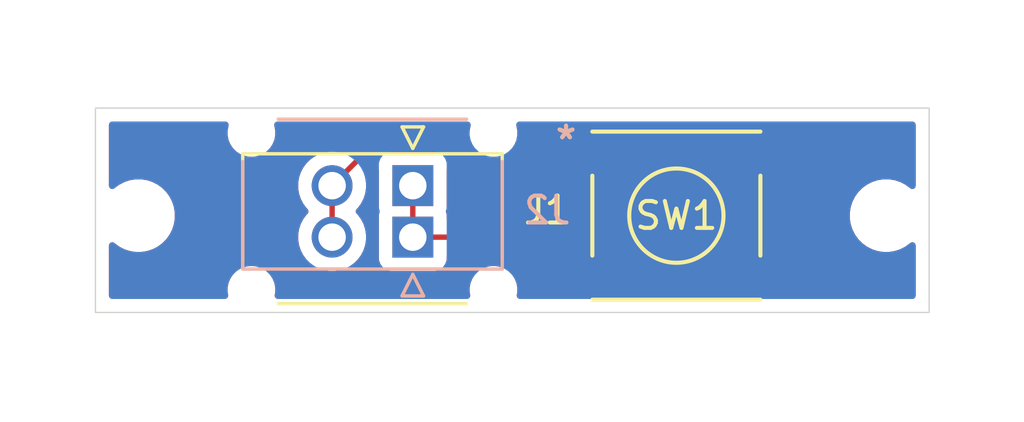
<source format=kicad_pcb>
(kicad_pcb (version 20241229) (generator "pcbnew") (generator_version "9.0")
  (layers (0 "F.Cu" signal) (2 "B.Cu" signal) (13 "F.Paste" user) (15 "B.Paste" user) (5 "F.SilkS" user "F.Silkscreen") (7 "B.SilkS" user "B.Silkscreen") (1 "F.Mask" user) (3 "B.Mask" user) (25 "Edge.Cuts" user))
  (net 0 "")
  (net 1 "Net-(J1-Pin_1)")
  (net 2 "Net-(J1-Pin_2)")
  (footprint "WaterBlaster:PTS645SL43SMTR92LFS_CNK" (layer "F.Cu") (at 134.2 93.4)
    (property "Reference" "SW1" (at 0 0 0) (layer "F.SilkS"))
    (property "Value" "SW_Push")
    (fp_line (start -3.1242 -1.485461) (end -3.1242 1.485461) (stroke (width 0.1524)) (layer "F.SilkS"))
    (fp_line (start -3.1242 3.1242) (end 3.1242 3.1242) (stroke (width 0.1524)) (layer "F.SilkS"))
    (fp_line (start 3.1242 -3.1242) (end -3.1242 -3.1242) (stroke (width 0.1524)) (layer "F.SilkS"))
    (fp_line (start 3.1242 1.485461) (end 3.1242 -1.485461) (stroke (width 0.1524)) (layer "F.SilkS"))
    (fp_circle (center 0 0) (end 1.7526 0) (stroke (width 0.1524)) (fill no) (layer "F.SilkS"))
    (fp_text user "*" (at -4.1021 -2.8 0) (layer "F.SilkS"))
    (fp_text user "*" (at -4.1021 -2.8 0) (layer "B.SilkS") (effects (justify mirror)))
    (pad "1" smd rect (at -3.8481 -2.250001) (size 2.0066 0.8636) (layers "F.Cu" "F.Mask" "F.Paste") (net 2 "Net-(J1-Pin_2)"))
    (pad "1" smd rect (at 3.8481 -2.250001) (size 2.0066 0.8636) (layers "F.Cu" "F.Mask" "F.Paste") (net 2 "Net-(J1-Pin_2)"))
    (pad "2" smd rect (at -3.8481 2.250001) (size 2.0066 0.8636) (layers "F.Cu" "F.Mask" "F.Paste") (net 1 "Net-(J1-Pin_1)"))
    (pad "2" smd rect (at 3.8481 2.250001) (size 2.0066 0.8636) (layers "F.Cu" "F.Mask" "F.Paste") (net 1 "Net-(J1-Pin_1)"))
  )
  (footprint "MountingHole:MountingHole_2.2mm_M2" (layer "F.Cu") (at 142 93.4)
    (property "Reference" "H1" (hide yes))
    (property "Value" "MountingHole")
    (pad "" np_thru_hole circle (at 0 0) (size 2.2 2.2) (drill 2.2) (layers "*.Cu" "*.Mask"))
  )
  (footprint "WaterBlaster:MOLEX_436500227" (layer "F.Cu") (at 124.4 94.2)
    (property "Reference" "J1" (at 5 -1 0) (layer "F.SilkS"))
    (property "Value" "WaterBlaster:MOLEX_436500227")
    (fp_line (start -6.325 -3.1) (end -6.325 0.9) (stroke (width 0.127)) (layer "F.SilkS"))
    (fp_line (start -6.325 -3.1) (end 3.325 -3.1) (stroke (width 0.127)) (layer "F.SilkS"))
    (fp_line (start -0.4 -4.1) (end 0.4 -4.1) (stroke (width 0.127)) (layer "F.SilkS"))
    (fp_line (start 0 -3.3) (end -0.4 -4.1) (stroke (width 0.127)) (layer "F.SilkS"))
    (fp_line (start 0.4 -4.1) (end 0 -3.3) (stroke (width 0.127)) (layer "F.SilkS"))
    (fp_line (start 2 2.47) (end -5 2.47) (stroke (width 0.127)) (layer "F.SilkS"))
    (fp_line (start 3.325 -3.1) (end 3.325 0.9) (stroke (width 0.127)) (layer "F.SilkS"))
    (pad "" np_thru_hole circle (at -6 1.96) (size 1.27 1.27) (drill 1.27) (layers "*.Cu" "*.Mask"))
    (pad "" np_thru_hole circle (at 3 1.96) (size 1.27 1.27) (drill 1.27) (layers "*.Cu" "*.Mask"))
    (pad "1" thru_hole rect (at 0 0) (size 1.52 1.52) (drill 1.02) (layers "*.Cu") (net 1 "Net-(J1-Pin_1)"))
    (pad "2" thru_hole circle (at -3 0) (size 1.52 1.52) (drill 1.02) (layers "*.Cu") (net 2 "Net-(J1-Pin_2)"))
  )
  (footprint "MountingHole:MountingHole_2.2mm_M2" (layer "F.Cu") (at 114.2 93.4)
    (property "Reference" "H2" (hide yes))
    (property "Value" "MountingHole")
    (pad "" np_thru_hole circle (at 0 0) (size 2.2 2.2) (drill 2.2) (layers "*.Cu" "*.Mask"))
  )
  (footprint "WaterBlaster:MOLEX_436500227" (layer "B.Cu") (at 124.4 92.285)
    (property "Reference" "J2" (at 5 0.915 0) (layer "B.SilkS") (effects (justify mirror)))
    (property "Value" "WaterBlaster:MOLEX_436500227")
    (fp_line (start -6.325 3.1) (end -6.325 -0.9) (stroke (width 0.127)) (layer "B.SilkS"))
    (fp_line (start -6.325 3.1) (end 3.325 3.1) (stroke (width 0.127)) (layer "B.SilkS"))
    (fp_line (start -0.4 4.1) (end 0.4 4.1) (stroke (width 0.127)) (layer "B.SilkS"))
    (fp_line (start 0 3.3) (end -0.4 4.1) (stroke (width 0.127)) (layer "B.SilkS"))
    (fp_line (start 0.4 4.1) (end 0 3.3) (stroke (width 0.127)) (layer "B.SilkS"))
    (fp_line (start 2 -2.47) (end -5 -2.47) (stroke (width 0.127)) (layer "B.SilkS"))
    (fp_line (start 3.325 3.1) (end 3.325 -0.9) (stroke (width 0.127)) (layer "B.SilkS"))
    (pad "" np_thru_hole circle (at -6 -1.96) (size 1.27 1.27) (drill 1.27) (layers "*.Cu" "*.Mask"))
    (pad "" np_thru_hole circle (at 3 -1.96) (size 1.27 1.27) (drill 1.27) (layers "*.Cu" "*.Mask"))
    (pad "1" thru_hole rect (at 0 0) (size 1.52 1.52) (drill 1.02) (layers "*.Cu") (net 1 "Net-(J1-Pin_1)"))
    (pad "2" thru_hole circle (at -3 0) (size 1.52 1.52) (drill 1.02) (layers "*.Cu") (net 2 "Net-(J1-Pin_2)"))
  )
  (gr_rect (start 112.6 89.4) (end 143.6 97) (stroke (width 0.05)) (fill no) (layer "Edge.Cuts"))
  (segment (start 124.4 94.2) (end 128.901899 94.2) (width 0.2) (layer "F.Cu") (net 1))
  (segment (start 138.0481 95.650001) (end 130.3519 95.650001) (width 0.2) (layer "F.Cu") (net 1))
  (segment (start 124.4 92.285) (end 124.4 94.2) (width 0.2) (layer "F.Cu") (net 1))
  (segment (start 128.901899 94.2) (end 130.3519 95.650001) (width 0.2) (layer "F.Cu") (net 1))
  (segment (start 138.0481 91.149999) (end 130.3519 91.149999) (width 0.2) (layer "F.Cu") (net 2))
  (segment (start 130.190899 91.311) (end 130.3519 91.149999) (width 0.2) (layer "F.Cu") (net 2))
  (segment (start 126.680585 91) (end 126.991585 91.311) (width 0.2) (layer "F.Cu") (net 2))
  (segment (start 122.685 91) (end 126.680585 91) (width 0.2) (layer "F.Cu") (net 2))
  (segment (start 121.4 92.285) (end 121.4 94.2) (width 0.2) (layer "F.Cu") (net 2))
  (segment (start 126.991585 91.311) (end 130.190899 91.311) (width 0.2) (layer "F.Cu") (net 2))
  (segment (start 121.4 92.285) (end 122.685 91) (width 0.2) (layer "F.Cu") (net 2))
  (zone (net 0) (net_name "") (layer "F.Cu") (connect_pads (clearance 0.5)) (min_thickness 0.25) (fill yes (thermal_gap 0.5) (thermal_bridge_width 0.5) (island_removal_mode 1) (island_area_min 10))
    (polygon (pts (xy 143.6 97) (xy 143.6 89.4) (xy 112.6 89.4) (xy 112.6 97)))
  )
  (zone (net 0) (net_name "") (layer "B.Cu") (priority 1) (connect_pads (clearance 0.5)) (min_thickness 0.25) (fill yes (thermal_gap 0.5) (thermal_bridge_width 0.5) (island_removal_mode 1) (island_area_min 10))
    (polygon (pts (xy 143.6 89.4) (xy 143.6 97) (xy 112.6 97) (xy 112.6 89.4)))
  )
)
</source>
